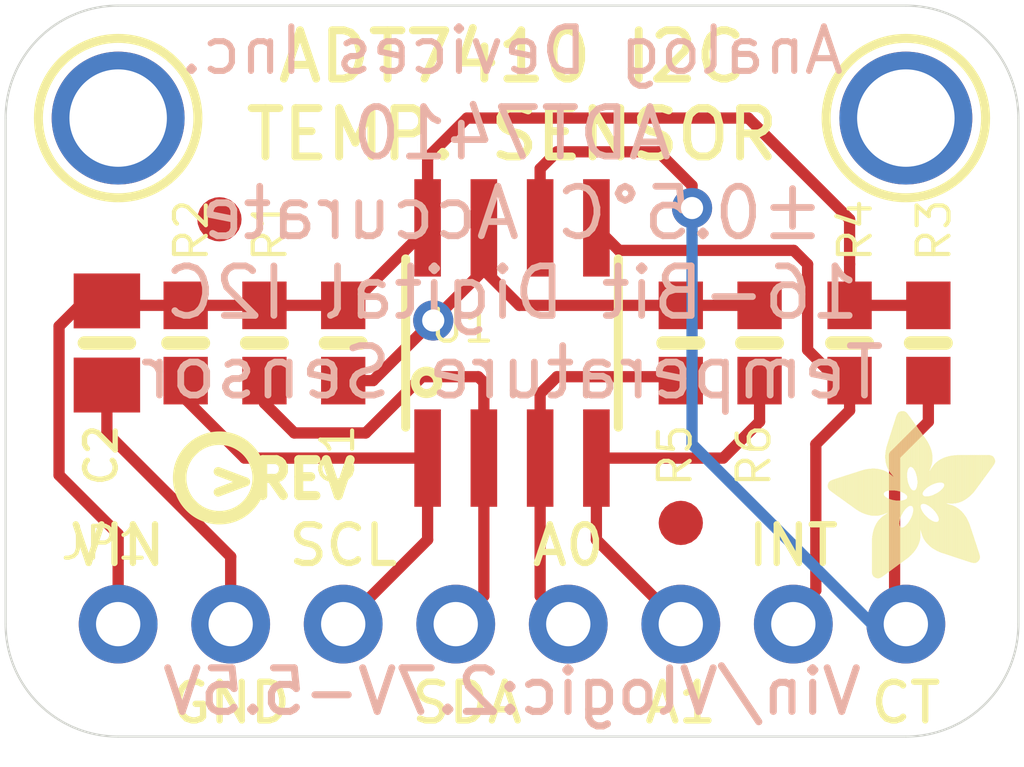
<source format=kicad_pcb>
(kicad_pcb (version 20211014) (generator pcbnew)
  (layers (0 "F.Cu" signal) (31 "B.Cu" signal) (34 "B.Paste" user) (35 "F.Paste" user) (36 "B.SilkS" user "B.Silkscreen") (37 "F.SilkS" user "F.Silkscreen") (38 "B.Mask" user) (39 "F.Mask" user) (44 "Edge.Cuts" user))
  (net 0 "")
  (net 1 "SCL")
  (net 2 "VDD")
  (net 3 "SDA")
  (net 4 "CT")
  (net 5 "INT")
  (net 6 "GND")
  (net 7 "A1")
  (net 8 "A0")
  (footprint "boardEagle:1X08_ROUND_70" (layer "F.Cu") (at 148.5011 110.7186)
    (fp_text reference "JP1" (at -10.2362 -1.8288) (layer "F.SilkS") (effects (font (size 0.719491 0.719491) (thickness 0.093309)) (justify left)))
    (fp_text value "")
    (pad "1" thru_hole circle (at -8.89 0 90) (size 1.778 1.778) (drill 1) (layers *.Cu *.Mask) (net 2 "VDD"))
    (pad "2" thru_hole circle (at -6.35 0 90) (size 1.778 1.778) (drill 1) (layers *.Cu *.Mask) (net 6 "GND"))
    (pad "3" thru_hole circle (at -3.81 0 90) (size 1.778 1.778) (drill 1) (layers *.Cu *.Mask) (net 1 "SCL"))
    (pad "4" thru_hole circle (at -1.27 0 90) (size 1.778 1.778) (drill 1) (layers *.Cu *.Mask) (net 3 "SDA"))
    (pad "5" thru_hole circle (at 1.27 0 90) (size 1.778 1.778) (drill 1) (layers *.Cu *.Mask) (net 8 "A0"))
    (pad "6" thru_hole circle (at 3.81 0 90) (size 1.778 1.778) (drill 1) (layers *.Cu *.Mask) (net 7 "A1"))
    (pad "7" thru_hole circle (at 6.35 0 90) (size 1.778 1.778) (drill 1) (layers *.Cu *.Mask) (net 5 "INT"))
    (pad "8" thru_hole circle (at 8.89 0 90) (size 1.778 1.778) (drill 1) (layers *.Cu *.Mask) (net 4 "CT"))
  )
  (footprint "boardEagle:0603-NO" (layer "F.Cu") (at 141.1351 104.3686 90)
    (fp_text reference "R2" (at 1.778 0.127 90) (layer "F.SilkS") (effects (font (size 0.719491 0.719491) (thickness 0.093309)) (justify left)))
    (fp_text value "10K")
    (pad "1" smd rect (at -0.85 0 90) (size 1.075 1) (layers "F.Cu" "F.Paste" "F.Mask") (net 1 "SCL"))
    (pad "2" smd rect (at 0.85 0 90) (size 1.075 1) (layers "F.Cu" "F.Paste" "F.Mask") (net 2 "VDD"))
  )
  (footprint "boardEagle:MOUNTINGHOLE_2.0_PLATED" (layer "F.Cu") (at 139.6111 99.2886)
    (fp_text reference "U$3" hide)
    (fp_text value "MOUNTINGHOLE2.0" hide)
    (pad "P$1" thru_hole circle (at 0 0) (size 3 3) (drill 2.2) (layers *.Cu *.Mask))
  )
  (footprint "boardEagle:PCBFEAT-REV-040" (layer "F.Cu") (at 141.8971 107.4166)
    (fp_text reference "U$1" hide)
    (fp_text value "" hide)
    (fp_text user ">REV" (at -0.3556 0.508) (layer "F.SilkS") (effects (font (size 0.8128 0.8128) (thickness 0.2032)) (justify left bottom)))
  )
  (footprint "boardEagle:0805-NO" (layer "F.Cu") (at 139.3571 104.3686 -90)
    (fp_text reference "C2" (at 1.778 0.127 90) (layer "F.SilkS") (effects (font (size 0.692831 0.692831) (thickness 0.119969)) (justify right)))
    (fp_text value "10uF")
    (pad "1" smd rect (at -0.95 0 270) (size 1.24 1.5) (layers "F.Cu" "F.Paste" "F.Mask") (net 2 "VDD"))
    (pad "2" smd rect (at 0.95 0 270) (size 1.24 1.5) (layers "F.Cu" "F.Paste" "F.Mask") (net 6 "GND"))
  )
  (footprint "boardEagle:SOIC8_150MIL" (layer "F.Cu") (at 148.5011 104.3686)
    (fp_text reference "U1" (at -1.905 -0.381) (layer "F.SilkS") (effects (font (size 0.719491 0.719491) (thickness 0.093309)) (justify left)))
    (fp_text value "ADT7410")
    (pad "1" smd rect (at -1.905 2.6) (size 0.6 2.2) (layers "F.Cu" "F.Paste" "F.Mask") (net 1 "SCL"))
    (pad "2" smd rect (at -0.635 2.6) (size 0.6 2.2) (layers "F.Cu" "F.Paste" "F.Mask") (net 3 "SDA"))
    (pad "3" smd rect (at 0.635 2.6) (size 0.6 2.2) (layers "F.Cu" "F.Paste" "F.Mask") (net 8 "A0"))
    (pad "4" smd rect (at 1.905 2.6) (size 0.6 2.2) (layers "F.Cu" "F.Paste" "F.Mask") (net 7 "A1"))
    (pad "5" smd rect (at 1.905 -2.6) (size 0.6 2.2) (layers "F.Cu" "F.Paste" "F.Mask") (net 5 "INT"))
    (pad "6" smd rect (at 0.635 -2.6) (size 0.6 2.2) (layers "F.Cu" "F.Paste" "F.Mask") (net 4 "CT"))
    (pad "7" smd rect (at -0.635 -2.6) (size 0.6 2.2) (layers "F.Cu" "F.Paste" "F.Mask") (net 6 "GND"))
    (pad "8" smd rect (at -1.905 -2.6) (size 0.6 2.2) (layers "F.Cu" "F.Paste" "F.Mask") (net 2 "VDD"))
  )
  (footprint "boardEagle:0603-NO" (layer "F.Cu") (at 152.3111 104.3686 -90)
    (fp_text reference "R5" (at 1.778 0.127 90) (layer "F.SilkS") (effects (font (size 0.719491 0.719491) (thickness 0.093309)) (justify right)))
    (fp_text value "10K")
    (pad "1" smd rect (at -0.85 0 270) (size 1.075 1) (layers "F.Cu" "F.Paste" "F.Mask") (net 6 "GND"))
    (pad "2" smd rect (at 0.85 0 270) (size 1.075 1) (layers "F.Cu" "F.Paste" "F.Mask") (net 8 "A0"))
  )
  (footprint "boardEagle:0603-NO" (layer "F.Cu") (at 156.1211 104.3686 90)
    (fp_text reference "R4" (at 1.778 0.127 90) (layer "F.SilkS") (effects (font (size 0.719491 0.719491) (thickness 0.093309)) (justify left)))
    (fp_text value "10K")
    (pad "1" smd rect (at -0.85 0 90) (size 1.075 1) (layers "F.Cu" "F.Paste" "F.Mask") (net 5 "INT"))
    (pad "2" smd rect (at 0.85 0 90) (size 1.075 1) (layers "F.Cu" "F.Paste" "F.Mask") (net 2 "VDD"))
  )
  (footprint "boardEagle:0603-NO" (layer "F.Cu") (at 144.6911 104.3686 -90)
    (fp_text reference "C1" (at 1.778 0.127 90) (layer "F.SilkS") (effects (font (size 0.719491 0.719491) (thickness 0.093309)) (justify right)))
    (fp_text value "0.1uF")
    (pad "1" smd rect (at -0.85 0 270) (size 1.075 1) (layers "F.Cu" "F.Paste" "F.Mask") (net 2 "VDD"))
    (pad "2" smd rect (at 0.85 0 270) (size 1.075 1) (layers "F.Cu" "F.Paste" "F.Mask") (net 6 "GND"))
  )
  (footprint "boardEagle:ADAFRUIT_3.5MM" (layer "F.Cu") (at 159.4231 109.7026 90)
    (fp_text reference "U$16" hide)
    (fp_text value "" hide)
  )
  (footprint "boardEagle:FIDUCIAL_1MM" (layer "F.Cu") (at 152.3111 108.4326)
    (fp_text reference "FID2" hide)
    (fp_text value "FIDUCIAL_1MM" hide)
    (pad "1" smd roundrect (at 0 0) (size 1 1) (layers "F.Cu" "F.Mask") (roundrect_rratio 0.5))
  )
  (footprint "boardEagle:FIDUCIAL_1MM" (layer "F.Cu") (at 141.8971 101.5746)
    (fp_text reference "FID1" hide)
    (fp_text value "FIDUCIAL_1MM" hide)
    (pad "1" smd roundrect (at 0 0) (size 1 1) (layers "F.Cu" "F.Mask") (roundrect_rratio 0.5))
  )
  (footprint "boardEagle:MOUNTINGHOLE_2.0_PLATED" (layer "F.Cu") (at 157.3911 99.2886)
    (fp_text reference "U$4" hide)
    (fp_text value "MOUNTINGHOLE2.0" hide)
    (pad "P$1" thru_hole circle (at 0 0) (size 3 3) (drill 2.2) (layers *.Cu *.Mask))
  )
  (footprint "boardEagle:0603-NO" (layer "F.Cu") (at 154.0891 104.3686 -90)
    (fp_text reference "R6" (at 1.778 0.127 90) (layer "F.SilkS") (effects (font (size 0.719491 0.719491) (thickness 0.093309)) (justify right)))
    (fp_text value "10K")
    (pad "1" smd rect (at -0.85 0 270) (size 1.075 1) (layers "F.Cu" "F.Paste" "F.Mask") (net 6 "GND"))
    (pad "2" smd rect (at 0.85 0 270) (size 1.075 1) (layers "F.Cu" "F.Paste" "F.Mask") (net 7 "A1"))
  )
  (footprint "boardEagle:0603-NO" (layer "F.Cu") (at 157.8991 104.3686 90)
    (fp_text reference "R3" (at 1.778 0.127 90) (layer "F.SilkS") (effects (font (size 0.719491 0.719491) (thickness 0.093309)) (justify left)))
    (fp_text value "10K")
    (pad "1" smd rect (at -0.85 0 90) (size 1.075 1) (layers "F.Cu" "F.Paste" "F.Mask") (net 4 "CT"))
    (pad "2" smd rect (at 0.85 0 90) (size 1.075 1) (layers "F.Cu" "F.Paste" "F.Mask") (net 2 "VDD"))
  )
  (footprint "boardEagle:0603-NO" (layer "F.Cu") (at 142.9131 104.3686 90)
    (fp_text reference "R1" (at 1.778 0.127 90) (layer "F.SilkS") (effects (font (size 0.719491 0.719491) (thickness 0.093309)) (justify left)))
    (fp_text value "10K")
    (pad "1" smd rect (at -0.85 0 90) (size 1.075 1) (layers "F.Cu" "F.Paste" "F.Mask") (net 3 "SDA"))
    (pad "2" smd rect (at 0.85 0 90) (size 1.075 1) (layers "F.Cu" "F.Paste" "F.Mask") (net 2 "VDD"))
  )
  (gr_arc (start 159.9311 110.7186) (mid 159.187151 112.514651) (end 157.3911 113.2586) (layer "Edge.Cuts") (width 0.05))
  (gr_arc (start 139.6111 113.2586) (mid 137.815049 112.514651) (end 137.0711 110.7186) (layer "Edge.Cuts") (width 0.05))
  (gr_line (start 159.9311 99.2886) (end 159.9311 110.7186) (layer "Edge.Cuts") (width 0.05))
  (gr_arc (start 137.0711 99.2886) (mid 137.815049 97.492549) (end 139.6111 96.7486) (layer "Edge.Cuts") (width 0.05))
  (gr_line (start 137.0711 110.7186) (end 137.0711 99.2886) (layer "Edge.Cuts") (width 0.05))
  (gr_arc (start 157.3911 96.7486) (mid 159.187151 97.492549) (end 159.9311 99.2886) (layer "Edge.Cuts") (width 0.05))
  (gr_line (start 139.6111 96.7486) (end 157.3911 96.7486) (layer "Edge.Cuts") (width 0.05))
  (gr_line (start 157.3911 113.2586) (end 139.6111 113.2586) (layer "Edge.Cuts") (width 0.05))
  (gr_text "Analog Devices Inc." (at 148.5011 97.7646) (layer "B.SilkS") (effects (font (size 1.00584 1.00584) (thickness 0.13716)) (justify mirror)))
  (gr_text "ADT7410\n±0.5°C Accurate\n16-Bit Digital I2C\nTemperature Sensor" (at 148.5011 102.3366) (layer "B.SilkS") (effects (font (size 1.1176 1.1176) (thickness 0.1524)) (justify mirror)))
  (gr_text "Vin/Vlogic:2.7V-5.5V" (at 148.5011 112.2426) (layer "B.SilkS") (effects (font (size 0.98298 0.98298) (thickness 0.16002)) (justify mirror)))
  (gr_text "INT" (at 154.8511 108.9406) (layer "F.SilkS") (effects (font (size 0.87376 0.87376) (thickness 0.14224))))
  (gr_text "A0" (at 149.7711 108.9406) (layer "F.SilkS") (effects (font (size 0.87376 0.87376) (thickness 0.14224))))
  (gr_text "SDA" (at 147.4851 112.4966) (layer "F.SilkS") (effects (font (size 0.87376 0.87376) (thickness 0.14224))))
  (gr_text "ADT7410 I2C\nTEMP. SENSOR" (at 148.5011 98.7806) (layer "F.SilkS") (effects (font (size 1.0922 1.0922) (thickness 0.1778))))
  (gr_text "GND" (at 142.1511 112.4966) (layer "F.SilkS") (effects (font (size 0.87376 0.87376) (thickness 0.14224))))
  (gr_text "SCL" (at 144.6911 108.9406) (layer "F.SilkS") (effects (font (size 0.87376 0.87376) (thickness 0.14224))))
  (gr_text "A1" (at 152.3111 112.4966) (layer "F.SilkS") (effects (font (size 0.87376 0.87376) (thickness 0.14224))))
  (gr_text "VIN" (at 139.6111 108.9406) (layer "F.SilkS") (effects (font (size 0.87376 0.87376) (thickness 0.14224))))
  (gr_text "CT" (at 157.3911 112.4966) (layer "F.SilkS") (effects (font (size 0.87376 0.87376) (thickness 0.14224))))
  (segment (start 146.5961 106.9686) (end 146.5961 108.8136) (width 0.254) (layer "F.Cu") (net 1))
  (segment (start 146.5961 106.9686) (end 142.4651 106.9686) (width 0.254) (layer "F.Cu") (net 1))
  (segment (start 141.1351 105.2186) (end 141.1351 105.6386) (width 0.254) (layer "F.Cu") (net 1))
  (segment (start 146.5961 108.8136) (end 144.6911 110.7186) (width 0.254) (layer "F.Cu") (net 1))
  (segment (start 142.4651 106.9686) (end 141.1351 105.6386) (width 0.254) (layer "F.Cu") (net 1))
  (segment (start 138.8491 103.4186) (end 138.2769 103.9908) (width 0.254) (layer "F.Cu") (net 2))
  (segment (start 139.3571 103.4186) (end 138.8491 103.4186) (width 0.254) (layer "F.Cu") (net 2))
  (segment (start 139.6111 110.7186) (end 139.6111 108.6866) (width 0.254) (layer "F.Cu") (net 2))
  (segment (start 139.6111 108.6866) (end 138.276903 107.352404) (width 0.254) (layer "F.Cu") (net 2))
  (segment (start 153.835096 99.2886) (end 147.4851 99.2886) (width 0.254) (layer "F.Cu") (net 2))
  (segment (start 156.121096 102.5906) (end 156.121093 101.574597) (width 0.254) (layer "F.Cu") (net 2))
  (segment (start 144.6911 103.5186) (end 142.9131 103.5186) (width 0.254) (layer "F.Cu") (net 2))
  (segment (start 156.121096 102.5906) (end 156.121096 103.518597) (width 0.254) (layer "F.Cu") (net 2))
  (segment (start 157.8991 103.5186) (end 156.1211 103.5186) (width 0.254) (layer "F.Cu") (net 2))
  (segment (start 138.276903 107.352404) (end 138.2769 103.9908) (width 0.254) (layer "F.Cu") (net 2))
  (segment (start 147.4851 99.2886) (end 146.5961 100.1776) (width 0.254) (layer "F.Cu") (net 2))
  (segment (start 156.121093 101.574597) (end 153.835096 99.2886) (width 0.254) (layer "F.Cu") (net 2))
  (segment (start 142.9131 103.5186) (end 141.1351 103.5186) (width 0.254) (layer "F.Cu") (net 2))
  (segment (start 139.4571 103.5186) (end 139.3571 103.4186) (width 0.254) (layer "F.Cu") (net 2))
  (segment (start 146.5961 101.7686) (end 144.8461 103.5186) (width 0.254) (layer "F.Cu") (net 2))
  (segment (start 141.1351 103.5186) (end 139.4571 103.5186) (width 0.254) (layer "F.Cu") (net 2))
  (segment (start 144.8461 103.5186) (end 144.6911 103.5186) (width 0.254) (layer "F.Cu") (net 2))
  (segment (start 156.1211 103.5186) (end 156.121096 103.518597) (width 0.254) (layer "F.Cu") (net 2))
  (segment (start 146.5961 100.1776) (end 146.5961 101.7686) (width 0.254) (layer "F.Cu") (net 2))
  (segment (start 145.199096 106.4006) (end 143.5871 106.4006) (width 0.254) (layer "F.Cu") (net 3))
  (segment (start 147.8661 105.2576) (end 147.8661 106.9686) (width 0.254) (layer "F.Cu") (net 3))
  (segment (start 142.9131 105.2186) (end 142.9131 105.7266) (width 0.254) (layer "F.Cu") (net 3))
  (segment (start 147.8661 105.2576) (end 147.7391 105.1306) (width 0.254) (layer "F.Cu") (net 3))
  (segment (start 147.8661 106.9686) (end 147.8661 110.0836) (width 0.254) (layer "F.Cu") (net 3))
  (segment (start 147.7391 105.1306) (end 146.4691 105.1306) (width 0.254) (layer "F.Cu") (net 3))
  (segment (start 146.4691 105.1306) (end 145.199096 106.4006) (width 0.254) (layer "F.Cu") (net 3))
  (segment (start 143.5871 106.4006) (end 142.9131 105.7266) (width 0.254) (layer "F.Cu") (net 3))
  (segment (start 147.8661 110.0836) (end 147.2311 110.7186) (width 0.254) (layer "F.Cu") (net 3))
  (segment (start 157.3911 110.4646) (end 157.1371 110.2106) (width 0.254) (layer "F.Cu") (net 4))
  (segment (start 157.8991 105.2186) (end 157.8991 106.1466) (width 0.254) (layer "F.Cu") (net 4))
  (segment (start 157.1371 106.9086) (end 157.1371 110.2106) (width 0.254) (layer "F.Cu") (net 4))
  (segment (start 157.3911 110.7186) (end 157.3911 110.4646) (width 0.254) (layer "F.Cu") (net 4))
  (segment (start 149.1361 100.431604) (end 149.1361 101.7686) (width 0.254) (layer "F.Cu") (net 4))
  (segment (start 157.8991 106.1466) (end 157.1371 106.9086) (width 0.254) (layer "F.Cu") (net 4))
  (segment (start 151.8031 100.0506) (end 149.5171 100.0506) (width 0.254) (layer "F.Cu") (net 4))
  (segment (start 152.5651 100.8126) (end 152.5651 101.3206) (width 0.254) (layer "F.Cu") (net 4))
  (segment (start 152.5651 100.8126) (end 151.8031 100.0506) (width 0.254) (layer "F.Cu") (net 4))
  (segment (start 149.5171 100.0506) (end 149.1361 100.431604) (width 0.254) (layer "F.Cu") (net 4))
  (via (at 152.5651 101.3206) (size 0.9064) (drill 0.5) (layers "F.Cu" "B.Cu") (net 4))
  (segment (start 152.5651 101.3206) (end 152.5651 106.6546) (width 0.254) (layer "B.Cu") (net 4))
  (segment (start 156.6291 110.7186) (end 152.5651 106.6546) (width 0.254) (layer "B.Cu") (net 4))
  (segment (start 157.3911 110.7186) (end 156.6291 110.7186) (width 0.254) (layer "B.Cu") (net 4))
  (segment (start 155.3591 106.6546) (end 155.3591 109.9566) (width 0.254) (layer "F.Cu") (net 5))
  (segment (start 155.3591 109.9566) (end 154.8511 110.4646) (width 0.254) (layer "F.Cu") (net 5))
  (segment (start 155.1733 102.590325) (end 155.1733 104.5248) (width 0.254) (layer "F.Cu") (net 5))
  (segment (start 156.1211 105.8926) (end 155.3591 106.6546) (width 0.254) (layer "F.Cu") (net 5))
  (segment (start 154.859575 102.2766) (end 150.9141 102.2766) (width 0.254) (layer "F.Cu") (net 5))
  (segment (start 155.1733 102.590325) (end 154.859575 102.2766) (width 0.254) (layer "F.Cu") (net 5))
  (segment (start 154.8511 110.4646) (end 154.8511 110.7186) (width 0.254) (layer "F.Cu") (net 5))
  (segment (start 155.8671 105.2186) (end 155.1733 104.5248) (width 0.254) (layer "F.Cu") (net 5))
  (segment (start 156.1211 105.2186) (end 155.8671 105.2186) (width 0.254) (layer "F.Cu") (net 5))
  (segment (start 156.1211 105.2186) (end 156.1211 105.8926) (width 0.254) (layer "F.Cu") (net 5))
  (segment (start 150.9141 102.2766) (end 150.4061 101.7686) (width 0.254) (layer "F.Cu") (net 5))
  (segment (start 145.3651 105.2186) (end 144.6911 105.2186) (width 0.254) (layer "F.Cu") (net 6))
  (segment (start 139.357103 106.400604) (end 139.3571 105.3186) (width 0.254) (layer "F.Cu") (net 6))
  (segment (start 147.8661 102.7176) (end 146.7231 103.8606) (width 0.254) (layer "F.Cu") (net 6))
  (segment (start 146.7231 103.8606) (end 145.3651 105.2186) (width 0.254) (layer "F.Cu") (net 6))
  (segment (start 152.3111 103.5186) (end 148.667096 103.518597) (width 0.254) (layer "F.Cu") (net 6))
  (segment (start 142.1511 109.1946) (end 142.1511 110.7186) (width 0.254) (layer "F.Cu") (net 6))
  (segment (start 147.8661 101.7686) (end 147.8661 102.7176) (width 0.254) (layer "F.Cu") (net 6))
  (segment (start 142.1511 109.1946) (end 139.357103 106.400604) (width 0.254) (layer "F.Cu") (net 6))
  (segment (start 154.0891 103.5186) (end 152.3111 103.5186) (width 0.254) (layer "F.Cu") (net 6))
  (segment (start 148.667096 103.518597) (end 147.8661 102.7176) (width 0.254) (layer "F.Cu") (net 6))
  (via (at 146.7231 103.8606) (size 0.9064) (drill 0.5) (layers "F.Cu" "B.Cu") (net 6))
  (segment (start 150.4061 108.8136) (end 152.3111 110.7186) (width 0.254) (layer "F.Cu") (net 7))
  (segment (start 150.4061 106.9686) (end 150.4061 108.8136) (width 0.254) (layer "F.Cu") (net 7))
  (segment (start 153.2671 106.9686) (end 150.4061 106.9686) (width 0.254) (layer "F.Cu") (net 7))
  (segment (start 154.0891 105.2186) (end 154.0891 106.1466) (width 0.254) (layer "F.Cu") (net 7))
  (segment (start 154.0891 106.1466) (end 153.2671 106.9686) (width 0.254) (layer "F.Cu") (net 7))
  (segment (start 152.2231 105.1306) (end 149.5171 105.1306) (width 0.254) (layer "F.Cu") (net 8))
  (segment (start 152.3111 105.2186) (end 152.2231 105.1306) (width 0.254) (layer "F.Cu") (net 8))
  (segment (start 149.1361 110.0836) (end 149.7711 110.7186) (width 0.254) (layer "F.Cu") (net 8))
  (segment (start 149.1361 105.5116) (end 149.1361 106.9686) (width 0.254) (layer "F.Cu") (net 8))
  (segment (start 149.5171 105.1306) (end 149.1361 105.5116) (width 0.254) (layer "F.Cu") (net 8))
  (segment (start 149.1361 106.9686) (end 149.1361 110.0836) (width 0.254) (layer "F.Cu") (net 8))
)
</source>
